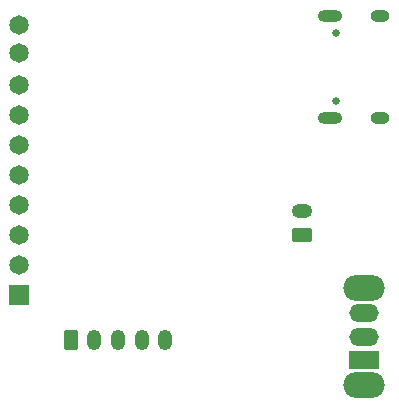
<source format=gbr>
%TF.GenerationSoftware,KiCad,Pcbnew,(6.0.2)*%
%TF.CreationDate,2022-03-07T06:31:50-05:00*%
%TF.ProjectId,ferrous_slime,66657272-6f75-4735-9f73-6c696d652e6b,rev?*%
%TF.SameCoordinates,Original*%
%TF.FileFunction,Soldermask,Bot*%
%TF.FilePolarity,Negative*%
%FSLAX46Y46*%
G04 Gerber Fmt 4.6, Leading zero omitted, Abs format (unit mm)*
G04 Created by KiCad (PCBNEW (6.0.2)) date 2022-03-07 06:31:50*
%MOMM*%
%LPD*%
G01*
G04 APERTURE LIST*
G04 Aperture macros list*
%AMRoundRect*
0 Rectangle with rounded corners*
0 $1 Rounding radius*
0 $2 $3 $4 $5 $6 $7 $8 $9 X,Y pos of 4 corners*
0 Add a 4 corners polygon primitive as box body*
4,1,4,$2,$3,$4,$5,$6,$7,$8,$9,$2,$3,0*
0 Add four circle primitives for the rounded corners*
1,1,$1+$1,$2,$3*
1,1,$1+$1,$4,$5*
1,1,$1+$1,$6,$7*
1,1,$1+$1,$8,$9*
0 Add four rect primitives between the rounded corners*
20,1,$1+$1,$2,$3,$4,$5,0*
20,1,$1+$1,$4,$5,$6,$7,0*
20,1,$1+$1,$6,$7,$8,$9,0*
20,1,$1+$1,$8,$9,$2,$3,0*%
G04 Aperture macros list end*
%ADD10RoundRect,0.250000X-0.350000X-0.625000X0.350000X-0.625000X0.350000X0.625000X-0.350000X0.625000X0*%
%ADD11O,1.200000X1.750000*%
%ADD12O,3.500000X2.200000*%
%ADD13R,2.500000X1.500000*%
%ADD14O,2.500000X1.500000*%
%ADD15C,0.650000*%
%ADD16O,1.600000X1.000000*%
%ADD17O,2.100000X1.000000*%
%ADD18C,1.651000*%
%ADD19R,1.651000X1.651000*%
%ADD20RoundRect,0.250000X0.625000X-0.350000X0.625000X0.350000X-0.625000X0.350000X-0.625000X-0.350000X0*%
%ADD21O,1.750000X1.200000*%
G04 APERTURE END LIST*
D10*
%TO.C,J1*%
X69406008Y-58367000D03*
D11*
X71406008Y-58367000D03*
X73406008Y-58367000D03*
X75406008Y-58367000D03*
X77406008Y-58367000D03*
%TD*%
D12*
%TO.C,SW1*%
X94266004Y-62212986D03*
X94266004Y-54012986D03*
D13*
X94266004Y-60112986D03*
D14*
X94266004Y-58112986D03*
X94266004Y-56112986D03*
%TD*%
D15*
%TO.C,J3*%
X91883000Y-38142990D03*
X91883000Y-32362990D03*
D16*
X95563000Y-39572990D03*
D17*
X91383000Y-30932990D03*
X91383000Y-39572990D03*
D16*
X95563000Y-30932990D03*
%TD*%
D18*
%TO.C,U1*%
X65038460Y-31707472D03*
X65038460Y-34120472D03*
D19*
X65038460Y-54567472D03*
D18*
X65038460Y-52027472D03*
X65038460Y-49487472D03*
X65038460Y-46947472D03*
X65038460Y-44407472D03*
X65038460Y-41867472D03*
X65038460Y-39327472D03*
X65038460Y-36787472D03*
%TD*%
D20*
%TO.C,J2*%
X88990000Y-49461000D03*
D21*
X88990000Y-47461000D03*
%TD*%
M02*

</source>
